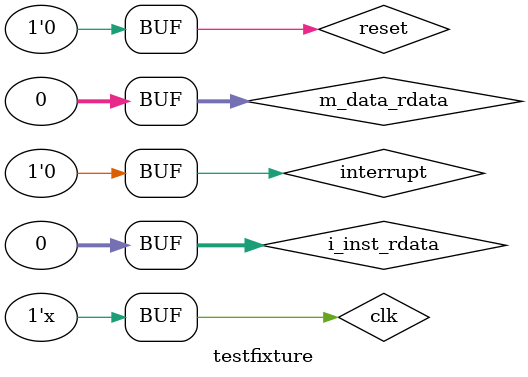
<source format=v>
`timescale 1ns / 1ps


module testfixture;

	// Inputs
	reg clk;
	reg reset;
	reg interrupt;
	reg [31:0] i_inst_rdata;
	reg [31:0] m_data_rdata;

	// Outputs
	wire [31:0] macroscopic_pc;
	wire [31:0] i_inst_addr;
	wire [31:0] m_data_addr;
	wire [31:0] m_data_wdata;
	wire [3:0] m_data_byteen;
	wire [31:0] m_inst_addr;
	wire w_grf_we;
	wire [4:0] w_grf_addr;
	wire [31:0] w_grf_wdata;
	wire [31:0] w_inst_addr;

	// Instantiate the Unit Under Test (UUT)
	mips uut (
		.clk(clk), 
		.reset(reset), 
		.interrupt(interrupt), 
		.macroscopic_pc(macroscopic_pc), 
		.i_inst_rdata(i_inst_rdata), 
		.i_inst_addr(i_inst_addr), 
		.m_data_rdata(m_data_rdata), 
		.m_data_addr(m_data_addr), 
		.m_data_wdata(m_data_wdata), 
		.m_data_byteen(m_data_byteen), 
		.m_inst_addr(m_inst_addr), 
		.w_grf_we(w_grf_we), 
		.w_grf_addr(w_grf_addr), 
		.w_grf_wdata(w_grf_wdata), 
		.w_inst_addr(w_inst_addr)
	);

	initial begin
		// Initialize Inputs
		clk = 0;
		reset = 0;
		interrupt = 0;
		i_inst_rdata = 0;
		m_data_rdata = 0;

		// Wait 100 ns for global reset to finish
		#100;
        
		// Add stimulus here

	end
 always #2 clk = ~clk;
endmodule


</source>
